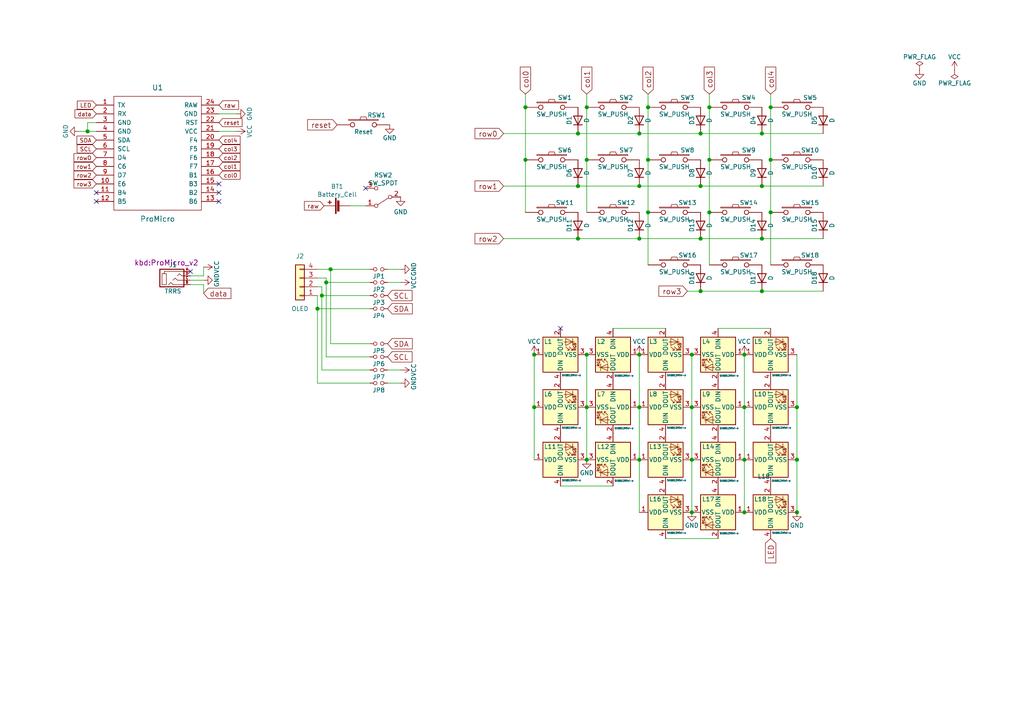
<source format=kicad_sch>
(kicad_sch (version 20210621) (generator eeschema)
  (paper "A4")
  (title_block (title "Chocolad") (date "2021-11-11") (rev "0.4") (company "jmnw"))
  (lib_symbols
    (symbol "Connector_Generic:Conn_01x04" (pin_names (offset 1.016) hide)
      (property "Reference" "J" (at 0 5.08 0))
      (property "Value" "Conn_01x04" (at 0 -7.62 0))
      (symbol "Conn_01x04_1_1"
        (rectangle (start -1.27 -4.953) (end 0 -5.207) (stroke (width 0.1524)))
        (rectangle (start -1.27 -2.413) (end 0 -2.667) (stroke (width 0.1524)))
        (rectangle (start -1.27 0.127) (end 0 -0.127) (stroke (width 0.1524)))
        (rectangle (start -1.27 2.667) (end 0 2.413) (stroke (width 0.1524)))
        (rectangle (start -1.27 3.81) (end 1.27 -6.35) (stroke (width 0.254)) (fill (type background)))
        (pin passive line (at -5.08 2.54 0) (length 3.81) (name "Pin_1") (number "1"))
        (pin passive line (at -5.08 0 0) (length 3.81) (name "Pin_2") (number "2"))
        (pin passive line (at -5.08 -2.54 0) (length 3.81) (name "Pin_3") (number "3"))
        (pin passive line (at -5.08 -5.08 0) (length 3.81) (name "Pin_4") (number "4"))
      )
    )
    (symbol "Device:Battery_Cell" (pin_numbers hide) (pin_names (offset 0) hide)
      (property "Reference" "BT" (at 2.54 2.54 0))
      (property "Value" "Battery_Cell" (at 2.54 0 0))
      (symbol "Battery_Cell_0_1"
        (rectangle (start -2.286 1.778) (end 2.286 1.524) (fill (type outline)))
        (rectangle (start -1.5748 1.1938) (end 1.4732 0.6858) (fill (type outline)))
        (polyline (pts (xy 0 0.762) (xy 0 0)))
        (polyline (pts (xy 0 1.778) (xy 0 2.54)))
        (polyline (pts (xy 0.508 3.429) (xy 1.524 3.429)) (stroke (width 0.254)))
        (polyline (pts (xy 1.016 3.937) (xy 1.016 2.921)) (stroke (width 0.254)))
      )
      (symbol "Battery_Cell_1_1"
        (pin passive line (at 0 5.08 270) (length 2.54) (name "+") (number "1"))
        (pin passive line (at 0 -2.54 90) (length 2.54) (name "-") (number "2"))
      )
    )
    (symbol "Device:D" (pin_numbers hide) (pin_names (offset 1.016) hide)
      (property "Reference" "D" (at 0 2.54 0))
      (property "Value" "D" (at 0 -2.54 0))
      (symbol "D_0_1"
        (polyline (pts (xy -1.27 1.27) (xy -1.27 -1.27)) (stroke (width 0.254)))
        (polyline (pts (xy 1.27 0) (xy -1.27 0)))
        (polyline (pts (xy 1.27 1.27) (xy 1.27 -1.27) (xy -1.27 0) (xy 1.27 1.27)) (stroke (width 0.254)))
      )
      (symbol "D_1_1"
        (pin passive line (at -3.81 0 0) (length 2.54) (name "K") (number "1"))
        (pin passive line (at 3.81 0 180) (length 2.54) (name "A") (number "2"))
      )
    )
    (symbol "Device:Jumper_NO_Small" (pin_numbers hide) (pin_names (offset 0.762) hide)
      (property "Reference" "JP" (at 0 2.032 0))
      (property "Value" "Jumper_NO_Small" (at 0.254 -1.524 0))
      (symbol "Jumper_NO_Small_0_1"
        (circle (center -1.016 0) (radius 0.508))
        (circle (center 1.016 0) (radius 0.508))
        (pin passive line (at -2.54 0 0) (length 1.016) (name "1") (number "1"))
        (pin passive line (at 2.54 0 180) (length 1.016) (name "2") (number "2"))
      )
    )
    (symbol "Switch:SW_SPDT" (pin_names (offset 0) hide)
      (property "Reference" "SW" (at 0 4.318 0))
      (property "Value" "SW_SPDT" (at 0 -5.08 0))
      (symbol "SW_SPDT_0_0"
        (circle (center -2.032 0) (radius 0.508))
        (circle (center 2.032 -2.54) (radius 0.508))
      )
      (symbol "SW_SPDT_0_1"
        (polyline (pts (xy -1.524 0.254) (xy 1.651 2.286)))
        (circle (center 2.032 2.54) (radius 0.508))
      )
      (symbol "SW_SPDT_1_1"
        (pin passive line (at 5.08 2.54 180) (length 2.54) (name "A") (number "1"))
        (pin passive line (at -5.08 0 0) (length 2.54) (name "B") (number "2"))
        (pin passive line (at 5.08 -2.54 180) (length 2.54) (name "C") (number "3"))
      )
    )
    (symbol "chocolad:MJ-4PP-9-kbd" (pin_names (offset 1.016))
      (property "Reference" "J" (at 0 3.81 0))
      (property "Value" "MJ-4PP-9-kbd" (at 0 -3.81 0))
      (symbol "MJ-4PP-9-kbd_0_1"
        (rectangle (start -1.905 -1.905) (end -3.175 1.27))
        (polyline (pts (xy -2.54 1.27) (xy -2.54 1.905) (xy 3.175 1.905)))
        (polyline (pts (xy -1.27 -1.905) (xy -0.635 -1.27) (xy 0 -1.905) (xy 3.175 -1.905)))
        (polyline (pts (xy 0 -0.635) (xy 0.635 0) (xy 1.27 -0.635) (xy 3.175 -0.635)))
        (polyline (pts (xy 1.27 0.635) (xy 1.905 1.27) (xy 2.54 0.635) (xy 3.175 0.635)))
        (rectangle (start 3.175 2.54) (end -3.81 -2.54) (stroke (width 0.3048)))
      )
      (symbol "MJ-4PP-9-kbd_1_1"
        (pin input line (at 5.08 1.905 180) (length 2.0066) (name "~") (number "A"))
        (pin input line (at 5.08 -1.905 180) (length 2.0066) (name "~") (number "B"))
        (pin input line (at 5.08 -0.635 180) (length 2.0066) (name "~") (number "C"))
        (pin input line (at 5.08 0.635 180) (length 2.0066) (name "~") (number "D"))
      )
    )
    (symbol "chocolad:ProMicro-kbd" (pin_names (offset 1.016))
      (property "Reference" "U" (at 0 24.13 0))
      (property "Value" "ProMicro-kbd" (at 0 -13.97 0))
      (symbol "ProMicro-kbd_0_1"
        (rectangle (start -12.7 21.59) (end 12.7 -11.43))
      )
      (symbol "ProMicro-kbd_1_1"
        (pin bidirectional line (at -17.78 19.05 0) (length 5.08) (name "TX") (number "1"))
        (pin bidirectional line (at -17.78 -3.81 0) (length 5.08) (name "E6") (number "10"))
        (pin bidirectional line (at -17.78 -6.35 0) (length 5.08) (name "B4") (number "11"))
        (pin bidirectional line (at -17.78 -8.89 0) (length 5.08) (name "B5") (number "12"))
        (pin bidirectional line (at 17.78 -8.89 180) (length 5.08) (name "B6") (number "13"))
        (pin bidirectional line (at 17.78 -6.35 180) (length 5.08) (name "B2") (number "14"))
        (pin bidirectional line (at 17.78 -3.81 180) (length 5.08) (name "B3") (number "15"))
        (pin bidirectional line (at 17.78 -1.27 180) (length 5.08) (name "B1") (number "16"))
        (pin bidirectional line (at 17.78 1.27 180) (length 5.08) (name "F7") (number "17"))
        (pin bidirectional line (at 17.78 3.81 180) (length 5.08) (name "F6") (number "18"))
        (pin bidirectional line (at 17.78 6.35 180) (length 5.08) (name "F5") (number "19"))
        (pin bidirectional line (at -17.78 16.51 0) (length 5.08) (name "RX") (number "2"))
        (pin bidirectional line (at 17.78 8.89 180) (length 5.08) (name "F4") (number "20"))
        (pin power_in line (at 17.78 11.43 180) (length 5.08) (name "VCC") (number "21"))
        (pin input line (at 17.78 13.97 180) (length 5.08) (name "RST") (number "22"))
        (pin power_in line (at 17.78 16.51 180) (length 5.08) (name "GND") (number "23"))
        (pin power_out line (at 17.78 19.05 180) (length 5.08) (name "RAW") (number "24"))
        (pin power_in line (at -17.78 13.97 0) (length 5.08) (name "GND") (number "3"))
        (pin power_in line (at -17.78 11.43 0) (length 5.08) (name "GND") (number "4"))
        (pin bidirectional line (at -17.78 8.89 0) (length 5.08) (name "SDA") (number "5"))
        (pin bidirectional line (at -17.78 6.35 0) (length 5.08) (name "SCL") (number "6"))
        (pin bidirectional line (at -17.78 3.81 0) (length 5.08) (name "D4") (number "7"))
        (pin bidirectional line (at -17.78 1.27 0) (length 5.08) (name "C6") (number "8"))
        (pin bidirectional line (at -17.78 -1.27 0) (length 5.08) (name "D7") (number "9"))
      )
    )
    (symbol "chocolad:SK6812MINI-E" (pin_names (offset 0.254))
      (property "Reference" "L18" (at -4.826 3.81 90))
      (property "Value" "SK6812MINI-E" (at 3.175 -5.969 90))
      (symbol "SK6812MINI-E_0_0"
        (text "RGB" (at 2.286 -4.191 0) (effects (font (size 0.762 0.762))))
      )
      (symbol "SK6812MINI-E_0_1"
        (polyline (pts (xy 1.27 -3.556) (xy 1.778 -3.556)))
        (polyline (pts (xy 1.27 -2.54) (xy 1.778 -2.54)))
        (polyline (pts (xy 4.699 -3.556) (xy 2.667 -3.556)))
        (polyline (pts (xy 2.286 -2.54) (xy 1.27 -3.556) (xy 1.27 -3.048)))
        (polyline (pts (xy 2.286 -1.524) (xy 1.27 -2.54) (xy 1.27 -2.032)))
        (polyline (pts (xy 3.683 -1.016) (xy 3.683 -3.556) (xy 3.683 -4.064)))
        (polyline (pts (xy 4.699 -1.524) (xy 2.667 -1.524) (xy 3.683 -3.556) (xy 4.699 -1.524)))
        (rectangle (start 5.08 5.08) (end -5.08 -5.08) (stroke (width 0.254)) (fill (type background)))
      )
      (symbol "SK6812MINI-E_1_1"
        (pin power_in line (at 0 7.62 270) (length 2.54) (name "VDD") (number "1"))
        (pin output line (at 7.62 0 180) (length 2.54) (name "DOUT") (number "2"))
        (pin power_in line (at 0 -7.62 90) (length 2.54) (name "VSS") (number "3"))
        (pin input line (at -7.62 0 0) (length 2.54) (name "DIN") (number "4"))
      )
    )
    (symbol "chocolad:SW_PUSH-kbd" (pin_numbers hide) (pin_names (offset 1.016) hide)
      (property "Reference" "SW" (at 3.81 2.794 0))
      (property "Value" "SW_PUSH-kbd" (at 0 -2.032 0))
      (symbol "SW_PUSH-kbd_0_1"
        (rectangle (start -4.318 1.27) (end 4.318 1.524))
        (polyline (pts (xy -1.016 1.524) (xy -0.762 2.286) (xy 0.762 2.286) (xy 1.016 1.524)))
        (pin passive inverted (at -7.62 0 0) (length 5.08) (name "1") (number "1"))
        (pin passive inverted (at 7.62 0 180) (length 5.08) (name "2") (number "2"))
      )
    )
    (symbol "power:GND" (power) (pin_names (offset 0))
      (property "Value" "GND" (at 0 -3.81 0))
      (symbol "GND_0_1"
        (polyline (pts (xy 0 0) (xy 0 -1.27) (xy 1.27 -1.27) (xy 0 -2.54) (xy -1.27 -1.27) (xy 0 -1.27)))
      )
      (symbol "GND_1_1"
        (pin power_in line (at 0 0 270) (length 0) hide (name "GND") (number "1"))
      )
    )
    (symbol "power:PWR_FLAG" (power) (pin_numbers hide) (pin_names (offset 0) hide)
      (property "Value" "PWR_FLAG" (at 0 3.81 0))
      (symbol "PWR_FLAG_0_0"
        (pin power_out line (at 0 0 90) (length 0) (name "pwr") (number "1"))
      )
      (symbol "PWR_FLAG_0_1"
        (polyline (pts (xy 0 0) (xy 0 1.27) (xy -1.016 1.905) (xy 0 2.54) (xy 1.016 1.905) (xy 0 1.27)))
      )
    )
    (symbol "power:VCC" (power) (pin_names (offset 0))
      (property "Value" "VCC" (at 0 3.81 0))
      (symbol "VCC_0_1"
        (polyline (pts (xy -0.762 1.27) (xy 0 2.54)))
        (polyline (pts (xy 0 0) (xy 0 2.54)))
        (polyline (pts (xy 0 2.54) (xy 0.762 1.27)))
      )
      (symbol "VCC_1_1"
        (pin power_in line (at 0 0 90) (length 0) hide (name "VCC") (number "1"))
      )
    )
  )
  (junction (at 187.96 46.355) (diameter 1.016))
  (junction (at 187.96 61.595) (diameter 1.016))
  (junction (at 231.14 133.35) (diameter 1.016))
  (junction (at 167.64 38.735) (diameter 1.016))
  (junction (at 215.9 133.35) (diameter 1.016))
  (junction (at 185.42 53.975) (diameter 1.016))
  (junction (at 167.64 69.215) (diameter 1.016))
  (junction (at 215.9 102.87) (diameter 1.016))
  (junction (at 203.2 84.455) (diameter 1.016))
  (junction (at 231.14 148.59) (diameter 1.016))
  (junction (at 152.4 31.115) (diameter 1.016))
  (junction (at 231.14 118.11) (diameter 1.016))
  (junction (at 220.98 38.735) (diameter 1.016))
  (junction (at 200.66 133.35) (diameter 1.016))
  (junction (at 203.2 53.975) (diameter 1.016))
  (junction (at 170.18 133.35) (diameter 1.016))
  (junction (at 185.42 102.87) (diameter 1.016))
  (junction (at 170.18 118.11) (diameter 1.016))
  (junction (at 152.4 46.355) (diameter 1.016))
  (junction (at 203.2 38.735) (diameter 1.016))
  (junction (at 170.18 102.87) (diameter 1.016))
  (junction (at 200.66 118.11) (diameter 1.016))
  (junction (at 215.9 118.11) (diameter 1.016))
  (junction (at 154.94 102.87) (diameter 1.016))
  (junction (at 220.98 69.215) (diameter 1.016))
  (junction (at 187.96 31.115) (diameter 1.016))
  (junction (at 205.74 31.115) (diameter 1.016))
  (junction (at 94.615 81.915) (diameter 1.016))
  (junction (at 203.2 69.215) (diameter 1.016))
  (junction (at 200.66 148.59) (diameter 1.016))
  (junction (at 154.94 118.11) (diameter 1.016))
  (junction (at 92.075 89.535) (diameter 1.016))
  (junction (at 170.18 46.355) (diameter 1.016))
  (junction (at 223.52 46.355) (diameter 1.016))
  (junction (at 167.64 53.975) (diameter 1.016))
  (junction (at 220.98 84.455) (diameter 1.016))
  (junction (at 185.42 118.11) (diameter 1.016))
  (junction (at 185.42 69.215) (diameter 1.016))
  (junction (at 185.42 38.735) (diameter 1.016))
  (junction (at 170.18 31.115) (diameter 1.016))
  (junction (at 223.52 61.595) (diameter 1.016))
  (junction (at 205.74 61.595) (diameter 1.016))
  (junction (at 205.74 46.355) (diameter 1.016))
  (junction (at 200.66 102.87) (diameter 1.016))
  (junction (at 185.42 133.35) (diameter 1.016))
  (junction (at 25.4 38.1) (diameter 1.016))
  (junction (at 223.52 31.115) (diameter 1.016))
  (junction (at 215.9 148.59) (diameter 1.016))
  (junction (at 95.885 78.105) (diameter 1.016))
  (junction (at 220.98 53.975) (diameter 1.016))
  (junction (at 93.345 85.725) (diameter 1.016))
  (no_connect (at 63.5 58.42))
  (no_connect (at 27.94 55.88))
  (no_connect (at 55.245 78.74))
  (no_connect (at 63.5 53.34))
  (no_connect (at 27.94 58.42))
  (no_connect (at 106.045 54.61))
  (no_connect (at 63.5 55.88))
  (no_connect (at 162.56 95.25))
  (wire (pts (xy 162.56 140.97) (xy 177.8 140.97)))
  (wire (pts (xy 93.345 107.315) (xy 107.315 107.315)))
  (wire (pts (xy 94.615 81.915) (xy 94.615 103.505)))
  (wire (pts (xy 92.075 85.725) (xy 92.075 89.535)))
  (wire (pts (xy 223.52 31.115) (xy 223.52 46.355)))
  (wire (pts (xy 205.74 61.595) (xy 205.74 76.835)))
  (wire (pts (xy 187.96 27.305) (xy 187.96 31.115)))
  (wire (pts (xy 170.18 27.305) (xy 170.18 31.115)))
  (wire (pts (xy 59.055 80.01) (xy 59.055 77.47)))
  (wire (pts (xy 55.245 80.01) (xy 59.055 80.01)))
  (wire (pts (xy 203.2 69.215) (xy 220.98 69.215)))
  (wire (pts (xy 187.96 61.595) (xy 187.96 76.835)))
  (wire (pts (xy 187.96 31.115) (xy 187.96 46.355)))
  (wire (pts (xy 187.96 46.355) (xy 187.96 61.595)))
  (wire (pts (xy 167.64 53.975) (xy 185.42 53.975)))
  (wire (pts (xy 185.42 53.975) (xy 203.2 53.975)))
  (wire (pts (xy 220.98 38.735) (xy 238.76 38.735)))
  (wire (pts (xy 92.075 78.105) (xy 95.885 78.105)))
  (wire (pts (xy 185.42 133.35) (xy 185.42 148.59)))
  (wire (pts (xy 112.395 81.915) (xy 116.205 81.915)))
  (wire (pts (xy 199.39 84.455) (xy 203.2 84.455)))
  (wire (pts (xy 93.345 85.725) (xy 93.345 107.315)))
  (wire (pts (xy 193.04 156.21) (xy 208.28 156.21)))
  (wire (pts (xy 63.5 38.1) (xy 68.58 38.1)))
  (wire (pts (xy 200.66 133.35) (xy 200.66 148.59)))
  (wire (pts (xy 200.66 102.87) (xy 200.66 118.11)))
  (wire (pts (xy 200.66 118.11) (xy 200.66 133.35)))
  (wire (pts (xy 25.4 38.1) (xy 27.94 38.1)))
  (wire (pts (xy 152.4 46.355) (xy 152.4 61.595)))
  (wire (pts (xy 167.64 69.215) (xy 185.42 69.215)))
  (wire (pts (xy 170.18 31.115) (xy 170.18 46.355)))
  (wire (pts (xy 203.2 53.975) (xy 220.98 53.975)))
  (wire (pts (xy 152.4 27.305) (xy 152.4 31.115)))
  (wire (pts (xy 107.315 89.535) (xy 92.075 89.535)))
  (wire (pts (xy 146.05 69.215) (xy 167.64 69.215)))
  (wire (pts (xy 92.075 83.185) (xy 93.345 83.185)))
  (wire (pts (xy 22.86 38.1) (xy 25.4 38.1)))
  (wire (pts (xy 25.4 35.56) (xy 25.4 38.1)))
  (wire (pts (xy 107.315 85.725) (xy 93.345 85.725)))
  (wire (pts (xy 215.9 118.11) (xy 215.9 133.35)))
  (wire (pts (xy 215.9 133.35) (xy 215.9 148.59)))
  (wire (pts (xy 215.9 102.87) (xy 215.9 118.11)))
  (wire (pts (xy 154.94 102.87) (xy 154.94 118.11)))
  (wire (pts (xy 154.94 118.11) (xy 154.94 133.35)))
  (wire (pts (xy 170.18 46.355) (xy 170.18 61.595)))
  (wire (pts (xy 27.94 35.56) (xy 25.4 35.56)))
  (wire (pts (xy 231.14 118.11) (xy 231.14 133.35)))
  (wire (pts (xy 231.14 102.87) (xy 231.14 118.11)))
  (wire (pts (xy 231.14 133.35) (xy 231.14 148.59)))
  (wire (pts (xy 112.395 78.105) (xy 116.205 78.105)))
  (wire (pts (xy 205.74 46.355) (xy 205.74 61.595)))
  (wire (pts (xy 152.4 31.115) (xy 152.4 46.355)))
  (wire (pts (xy 101.6 59.69) (xy 106.045 59.69)))
  (wire (pts (xy 95.885 78.105) (xy 95.885 99.695)))
  (wire (pts (xy 93.345 83.185) (xy 93.345 85.725)))
  (wire (pts (xy 220.98 69.215) (xy 238.76 69.215)))
  (wire (pts (xy 203.2 84.455) (xy 220.98 84.455)))
  (wire (pts (xy 94.615 103.505) (xy 107.315 103.505)))
  (wire (pts (xy 92.075 80.645) (xy 94.615 80.645)))
  (wire (pts (xy 146.05 53.975) (xy 167.64 53.975)))
  (wire (pts (xy 223.52 61.595) (xy 223.52 76.835)))
  (wire (pts (xy 92.075 111.125) (xy 107.315 111.125)))
  (wire (pts (xy 94.615 80.645) (xy 94.615 81.915)))
  (wire (pts (xy 55.245 81.28) (xy 59.055 81.28)))
  (wire (pts (xy 220.98 53.975) (xy 238.76 53.975)))
  (wire (pts (xy 185.42 69.215) (xy 203.2 69.215)))
  (wire (pts (xy 112.395 111.125) (xy 116.205 111.125)))
  (wire (pts (xy 63.5 33.02) (xy 68.58 33.02)))
  (wire (pts (xy 177.8 95.25) (xy 193.04 95.25)))
  (wire (pts (xy 146.05 38.735) (xy 167.64 38.735)))
  (wire (pts (xy 223.52 27.305) (xy 223.52 31.115)))
  (wire (pts (xy 95.885 78.105) (xy 107.315 78.105)))
  (wire (pts (xy 205.74 31.115) (xy 205.74 46.355)))
  (wire (pts (xy 167.64 38.735) (xy 185.42 38.735)))
  (wire (pts (xy 203.2 38.735) (xy 220.98 38.735)))
  (wire (pts (xy 205.74 27.305) (xy 205.74 31.115)))
  (wire (pts (xy 185.42 38.735) (xy 203.2 38.735)))
  (wire (pts (xy 170.18 102.87) (xy 170.18 118.11)))
  (wire (pts (xy 170.18 118.11) (xy 170.18 133.35)))
  (wire (pts (xy 95.885 99.695) (xy 107.315 99.695)))
  (wire (pts (xy 107.315 81.915) (xy 94.615 81.915)))
  (wire (pts (xy 223.52 46.355) (xy 223.52 61.595)))
  (wire (pts (xy 208.28 95.25) (xy 223.52 95.25)))
  (wire (pts (xy 220.98 84.455) (xy 238.76 84.455)))
  (wire (pts (xy 185.42 102.87) (xy 185.42 118.11)))
  (wire (pts (xy 185.42 118.11) (xy 185.42 133.35)))
  (wire (pts (xy 55.245 82.55) (xy 59.055 82.55)))
  (wire (pts (xy 59.055 82.55) (xy 59.055 85.09)))
  (wire (pts (xy 112.395 107.315) (xy 116.205 107.315)))
  (wire (pts (xy 92.075 89.535) (xy 92.075 111.125)))
  (global_label "raw" (shape input) (at 63.5 30.48 0) (property "Intersheet References" "${INTERSHEET_REFS}" (effects hide)))
  (global_label "row3" (shape input) (at 27.94 53.34 180) (effects (font (size 1.1938 1.1938))) (property "Intersheet References" "${INTERSHEET_REFS}" (effects hide)))
  (global_label "reset" (shape input) (at 63.5 35.56 0) (effects (font (size 1.1938 1.1938))) (property "Intersheet References" "${INTERSHEET_REFS}" (effects hide)))
  (global_label "col4" (shape input) (at 223.52 27.305 90) (effects (font (size 1.524 1.524))) (property "Intersheet References" "${INTERSHEET_REFS}" (effects hide)))
  (global_label "col3" (shape input) (at 205.74 27.305 90) (effects (font (size 1.524 1.524))) (property "Intersheet References" "${INTERSHEET_REFS}" (effects hide)))
  (global_label "col0" (shape input) (at 63.5 50.8 0) (effects (font (size 1.1938 1.1938))) (property "Intersheet References" "${INTERSHEET_REFS}" (effects hide)))
  (global_label "SCL" (shape input) (at 112.395 85.725 0) (effects (font (size 1.524 1.524))) (property "Intersheet References" "${INTERSHEET_REFS}" (effects hide)))
  (global_label "SDA" (shape input) (at 112.395 99.695 0) (effects (font (size 1.524 1.524))) (property "Intersheet References" "${INTERSHEET_REFS}" (effects hide)))
  (global_label "col0" (shape input) (at 152.4 27.305 90) (effects (font (size 1.524 1.524))) (property "Intersheet References" "${INTERSHEET_REFS}" (effects hide)))
  (global_label "LED" (shape input) (at 223.52 156.21 270) (effects (font (size 1.524 1.524))) (property "Intersheet References" "${INTERSHEET_REFS}" (effects hide)))
  (global_label "row1" (shape input) (at 146.05 53.975 180) (effects (font (size 1.524 1.524))) (property "Intersheet References" "${INTERSHEET_REFS}" (effects hide)))
  (global_label "row2" (shape input) (at 27.94 50.8 180) (effects (font (size 1.1938 1.1938))) (property "Intersheet References" "${INTERSHEET_REFS}" (effects hide)))
  (global_label "col4" (shape input) (at 63.5 40.64 0) (effects (font (size 1.1938 1.1938))) (property "Intersheet References" "${INTERSHEET_REFS}" (effects hide)))
  (global_label "col1" (shape input) (at 170.18 27.305 90) (effects (font (size 1.524 1.524))) (property "Intersheet References" "${INTERSHEET_REFS}" (effects hide)))
  (global_label "SCL" (shape input) (at 112.395 103.505 0) (effects (font (size 1.524 1.524))) (property "Intersheet References" "${INTERSHEET_REFS}" (effects hide)))
  (global_label "LED" (shape input) (at 27.94 30.48 180) (effects (font (size 1.1938 1.1938))) (property "Intersheet References" "${INTERSHEET_REFS}" (effects hide)))
  (global_label "row0" (shape input) (at 146.05 38.735 180) (effects (font (size 1.524 1.524))) (property "Intersheet References" "${INTERSHEET_REFS}" (effects hide)))
  (global_label "raw" (shape input) (at 93.98 59.69 180) (property "Intersheet References" "${INTERSHEET_REFS}" (effects hide)))
  (global_label "SCL" (shape input) (at 27.94 43.18 180) (effects (font (size 1.1938 1.1938))) (property "Intersheet References" "${INTERSHEET_REFS}" (effects hide)))
  (global_label "col1" (shape input) (at 63.5 48.26 0) (effects (font (size 1.1938 1.1938))) (property "Intersheet References" "${INTERSHEET_REFS}" (effects hide)))
  (global_label "data" (shape input) (at 27.94 33.02 180) (effects (font (size 1.1938 1.1938))) (property "Intersheet References" "${INTERSHEET_REFS}" (effects hide)))
  (global_label "col2" (shape input) (at 187.96 27.305 90) (effects (font (size 1.524 1.524))) (property "Intersheet References" "${INTERSHEET_REFS}" (effects hide)))
  (global_label "row0" (shape input) (at 27.94 45.72 180) (effects (font (size 1.1938 1.1938))) (property "Intersheet References" "${INTERSHEET_REFS}" (effects hide)))
  (global_label "col2" (shape input) (at 63.5 45.72 0) (effects (font (size 1.1938 1.1938))) (property "Intersheet References" "${INTERSHEET_REFS}" (effects hide)))
  (global_label "row1" (shape input) (at 27.94 48.26 180) (effects (font (size 1.1938 1.1938))) (property "Intersheet References" "${INTERSHEET_REFS}" (effects hide)))
  (global_label "data" (shape input) (at 59.055 85.09 0) (effects (font (size 1.524 1.524))) (property "Intersheet References" "${INTERSHEET_REFS}" (effects hide)))
  (global_label "reset" (shape input) (at 97.79 36.195 180) (effects (font (size 1.524 1.524))) (property "Intersheet References" "${INTERSHEET_REFS}" (effects hide)))
  (global_label "row2" (shape input) (at 146.05 69.215 180) (effects (font (size 1.524 1.524))) (property "Intersheet References" "${INTERSHEET_REFS}" (effects hide)))
  (global_label "row3" (shape input) (at 199.39 84.455 180) (effects (font (size 1.524 1.524))) (property "Intersheet References" "${INTERSHEET_REFS}" (effects hide)))
  (global_label "col3" (shape input) (at 63.5 43.18 0) (effects (font (size 1.1938 1.1938))) (property "Intersheet References" "${INTERSHEET_REFS}" (effects hide)))
  (global_label "SDA" (shape input) (at 27.94 40.64 180) (effects (font (size 1.1938 1.1938))) (property "Intersheet References" "${INTERSHEET_REFS}" (effects hide)))
  (global_label "SDA" (shape input) (at 112.395 89.535 0) (effects (font (size 1.524 1.524))) (property "Intersheet References" "${INTERSHEET_REFS}" (effects hide)))
  (symbol (lib_id "chocolad:ProMicro-kbd") (at 45.72 49.53 0) (unit 1)
    (property "Reference" "U1" (at 45.72 25.4 0) (effects (font (size 1.524 1.524))))
    (property "Value" "ProMicro" (at 45.72 63.5 0) (effects (font (size 1.524 1.524))))
    (property "Footprint" "kbd:ProMicro_v2" (at 48.26 76.2 0) (effects (font (size 1.524 1.524))))
  )
  (symbol (lib_id "chocolad:SW_PUSH-kbd") (at 160.02 31.115 0) (unit 1)
    (property "Reference" "SW1" (at 163.83 28.321 0))
    (property "Value" "SW_PUSH" (at 160.02 33.147 0))
    (property "Footprint" "jmnw:Choc_reversible" (effects hide))
  )
  (symbol (lib_id "Device:D") (at 167.64 34.925 90) (unit 1)
    (property "Reference" "D1" (at 165.1 34.925 0))
    (property "Value" "D" (at 170.18 34.925 0))
    (property "Footprint" "kbd:D3_TH_SMD" (effects hide))
  )
  (symbol (lib_id "chocolad:SW_PUSH-kbd") (at 177.8 31.115 0) (unit 1)
    (property "Reference" "SW2" (at 181.61 28.321 0))
    (property "Value" "SW_PUSH" (at 177.8 33.147 0))
    (property "Footprint" "jmnw:Choc_reversible" (effects hide))
  )
  (symbol (lib_id "Device:D") (at 185.42 34.925 90) (unit 1)
    (property "Reference" "D2" (at 182.88 34.925 0))
    (property "Value" "D" (at 187.96 34.925 0))
    (property "Footprint" "kbd:D3_TH_SMD" (effects hide))
  )
  (symbol (lib_id "chocolad:SW_PUSH-kbd") (at 195.58 31.115 0) (unit 1)
    (property "Reference" "SW3" (at 199.39 28.321 0))
    (property "Value" "SW_PUSH" (at 195.58 33.147 0))
    (property "Footprint" "jmnw:Choc_reversible" (effects hide))
  )
  (symbol (lib_id "chocolad:SW_PUSH-kbd") (at 213.36 31.115 0) (unit 1)
    (property "Reference" "SW4" (at 217.17 28.321 0))
    (property "Value" "SW_PUSH" (at 213.36 33.147 0))
    (property "Footprint" "jmnw:Choc_reversible" (effects hide))
  )
  (symbol (lib_id "chocolad:SW_PUSH-kbd") (at 231.14 31.115 0) (unit 1)
    (property "Reference" "SW5" (at 234.95 28.321 0))
    (property "Value" "SW_PUSH" (at 231.14 33.147 0))
    (property "Footprint" "jmnw:Choc_reversible" (effects hide))
  )
  (symbol (lib_id "Device:D") (at 203.2 34.925 90) (unit 1)
    (property "Reference" "D3" (at 200.66 34.925 0))
    (property "Value" "D" (at 205.74 34.925 0))
    (property "Footprint" "kbd:D3_TH_SMD" (effects hide))
  )
  (symbol (lib_id "Device:D") (at 220.98 34.925 90) (unit 1)
    (property "Reference" "D4" (at 218.44 34.925 0))
    (property "Value" "D" (at 223.52 34.925 0))
    (property "Footprint" "kbd:D3_TH_SMD" (effects hide))
  )
  (symbol (lib_id "Device:D") (at 238.76 34.925 90) (unit 1)
    (property "Reference" "D5" (at 236.22 34.925 0))
    (property "Value" "D" (at 241.3 34.925 0))
    (property "Footprint" "kbd:D3_TH_SMD" (effects hide))
  )
  (symbol (lib_id "chocolad:SW_PUSH-kbd") (at 160.02 46.355 0) (unit 1)
    (property "Reference" "SW6" (at 163.83 43.561 0))
    (property "Value" "SW_PUSH" (at 160.02 48.387 0))
    (property "Footprint" "jmnw:Choc_reversible" (effects hide))
  )
  (symbol (lib_id "Device:D") (at 167.64 50.165 90) (unit 1)
    (property "Reference" "D6" (at 165.1 50.165 0))
    (property "Value" "D" (at 170.18 50.165 0))
    (property "Footprint" "kbd:D3_TH_SMD" (effects hide))
  )
  (symbol (lib_id "chocolad:SW_PUSH-kbd") (at 177.8 46.355 0) (unit 1)
    (property "Reference" "SW7" (at 181.61 43.561 0))
    (property "Value" "SW_PUSH" (at 177.8 48.387 0))
    (property "Footprint" "jmnw:Choc_reversible" (effects hide))
  )
  (symbol (lib_id "Device:D") (at 185.42 50.165 90) (unit 1)
    (property "Reference" "D7" (at 182.88 50.165 0))
    (property "Value" "D" (at 187.96 50.165 0))
    (property "Footprint" "kbd:D3_TH_SMD" (effects hide))
  )
  (symbol (lib_id "chocolad:SW_PUSH-kbd") (at 195.58 46.355 0) (unit 1)
    (property "Reference" "SW8" (at 199.39 43.561 0))
    (property "Value" "SW_PUSH" (at 195.58 48.387 0))
    (property "Footprint" "jmnw:Choc_reversible" (effects hide))
  )
  (symbol (lib_id "chocolad:SW_PUSH-kbd") (at 213.36 46.355 0) (unit 1)
    (property "Reference" "SW9" (at 217.17 43.561 0))
    (property "Value" "SW_PUSH" (at 213.36 48.387 0))
    (property "Footprint" "jmnw:Choc_reversible" (effects hide))
  )
  (symbol (lib_id "chocolad:SW_PUSH-kbd") (at 231.14 46.355 0) (unit 1)
    (property "Reference" "SW10" (at 234.95 43.561 0))
    (property "Value" "SW_PUSH" (at 231.14 48.387 0))
    (property "Footprint" "jmnw:Choc_reversible" (effects hide))
  )
  (symbol (lib_id "Device:D") (at 203.2 50.165 90) (unit 1)
    (property "Reference" "D8" (at 200.66 50.165 0))
    (property "Value" "D" (at 205.74 50.165 0))
    (property "Footprint" "kbd:D3_TH_SMD" (effects hide))
  )
  (symbol (lib_id "Device:D") (at 220.98 50.165 90) (unit 1)
    (property "Reference" "D9" (at 218.44 50.165 0))
    (property "Value" "D" (at 223.52 50.165 0))
    (property "Footprint" "kbd:D3_TH_SMD" (effects hide))
  )
  (symbol (lib_id "Device:D") (at 238.76 50.165 90) (unit 1)
    (property "Reference" "D10" (at 236.22 50.165 0))
    (property "Value" "D" (at 241.3 50.165 0))
    (property "Footprint" "kbd:D3_TH_SMD" (effects hide))
  )
  (symbol (lib_id "chocolad:SW_PUSH-kbd") (at 160.02 61.595 0) (unit 1)
    (property "Reference" "SW11" (at 163.83 58.801 0))
    (property "Value" "SW_PUSH" (at 160.02 63.627 0))
    (property "Footprint" "jmnw:Choc_reversible" (effects hide))
  )
  (symbol (lib_id "Device:D") (at 167.64 65.405 90) (unit 1)
    (property "Reference" "D11" (at 165.1 65.405 0))
    (property "Value" "D" (at 170.18 65.405 0))
    (property "Footprint" "kbd:D3_TH_SMD" (effects hide))
  )
  (symbol (lib_id "chocolad:SW_PUSH-kbd") (at 177.8 61.595 0) (unit 1)
    (property "Reference" "SW12" (at 181.61 58.801 0))
    (property "Value" "SW_PUSH" (at 177.8 63.627 0))
    (property "Footprint" "jmnw:Choc_reversible" (effects hide))
  )
  (symbol (lib_id "Device:D") (at 185.42 65.405 90) (unit 1)
    (property "Reference" "D12" (at 182.88 65.405 0))
    (property "Value" "D" (at 187.96 65.405 0))
    (property "Footprint" "kbd:D3_TH_SMD" (effects hide))
  )
  (symbol (lib_id "chocolad:SW_PUSH-kbd") (at 195.58 61.595 0) (unit 1)
    (property "Reference" "SW13" (at 199.39 58.801 0))
    (property "Value" "SW_PUSH" (at 195.58 63.627 0))
    (property "Footprint" "jmnw:Choc_reversible" (effects hide))
  )
  (symbol (lib_id "chocolad:SW_PUSH-kbd") (at 213.36 61.595 0) (unit 1)
    (property "Reference" "SW14" (at 217.17 58.801 0))
    (property "Value" "SW_PUSH" (at 213.36 63.627 0))
    (property "Footprint" "jmnw:Choc_reversible" (effects hide))
  )
  (symbol (lib_id "chocolad:SW_PUSH-kbd") (at 231.14 61.595 0) (unit 1)
    (property "Reference" "SW15" (at 234.95 58.801 0))
    (property "Value" "SW_PUSH" (at 231.14 63.627 0))
    (property "Footprint" "jmnw:Choc_reversible" (effects hide))
  )
  (symbol (lib_id "Device:D") (at 203.2 65.405 90) (unit 1)
    (property "Reference" "D13" (at 200.66 65.405 0))
    (property "Value" "D" (at 205.74 65.405 0))
    (property "Footprint" "kbd:D3_TH_SMD" (effects hide))
  )
  (symbol (lib_id "Device:D") (at 220.98 65.405 90) (unit 1)
    (property "Reference" "D14" (at 218.44 65.405 0))
    (property "Value" "D" (at 223.52 65.405 0))
    (property "Footprint" "kbd:D3_TH_SMD" (effects hide))
  )
  (symbol (lib_id "Device:D") (at 238.76 65.405 90) (unit 1)
    (property "Reference" "D15" (at 236.22 65.405 0))
    (property "Value" "D" (at 241.3 65.405 0))
    (property "Footprint" "kbd:D3_TH_SMD" (effects hide))
  )
  (symbol (lib_id "chocolad:SW_PUSH-kbd") (at 213.36 76.835 0) (unit 1)
    (property "Reference" "SW17" (at 217.17 74.041 0))
    (property "Value" "SW_PUSH" (at 213.36 78.867 0))
    (property "Footprint" "jmnw:Choc_reversible" (effects hide))
  )
  (symbol (lib_id "Device:D") (at 220.98 80.645 90) (unit 1)
    (property "Reference" "D17" (at 218.44 80.645 0))
    (property "Value" "D" (at 223.52 80.645 0))
    (property "Footprint" "kbd:D3_TH_SMD" (effects hide))
  )
  (symbol (lib_id "chocolad:SW_PUSH-kbd") (at 231.14 76.835 0) (unit 1)
    (property "Reference" "SW18" (at 234.95 74.041 0))
    (property "Value" "SW_PUSH" (at 231.14 78.867 0))
    (property "Footprint" "jmnw:Choc_reversible" (effects hide))
  )
  (symbol (lib_id "Device:D") (at 238.76 80.645 90) (unit 1)
    (property "Reference" "D18" (at 236.22 80.645 0))
    (property "Value" "D" (at 241.3 80.645 0))
    (property "Footprint" "kbd:D3_TH_SMD" (effects hide))
  )
  (symbol (lib_id "chocolad:SW_PUSH-kbd") (at 195.58 76.835 0) (unit 1)
    (property "Reference" "SW16" (at 199.39 74.041 0))
    (property "Value" "SW_PUSH" (at 195.58 78.867 0))
    (property "Footprint" "jmnw:Choc_reversible" (effects hide))
  )
  (symbol (lib_id "Device:D") (at 203.2 80.645 90) (unit 1)
    (property "Reference" "D16" (at 200.66 80.645 0))
    (property "Value" "D" (at 205.74 80.645 0))
    (property "Footprint" "kbd:D3_TH_SMD" (effects hide))
  )
  (symbol (lib_id "power:GND") (at 68.58 33.02 90) (unit 1)
    (property "Reference" "#PWR01" (effects hide))
    (property "Value" "GND" (at 72.39 33.02 0))
  )
  (symbol (lib_id "power:VCC") (at 68.58 38.1 270) (unit 1)
    (property "Reference" "#PWR023" (effects hide))
    (property "Value" "VCC" (at 72.39 38.1 0))
  )
  (symbol (lib_id "power:GND") (at 22.86 38.1 270) (unit 1)
    (property "Reference" "#PWR02" (effects hide))
    (property "Value" "GND" (at 19.05 38.1 0))
  )
  (symbol (lib_id "power:GND") (at 266.7 20.32 0) (unit 1)
    (property "Reference" "#PWR03" (effects hide))
    (property "Value" "GND" (at 266.7 24.13 0))
  )
  (symbol (lib_id "power:VCC") (at 276.86 20.32 0) (unit 1)
    (property "Reference" "#PWR04" (effects hide))
    (property "Value" "VCC" (at 276.86 16.51 0))
  )
  (symbol (lib_id "power:PWR_FLAG") (at 276.86 20.32 180) (unit 1)
    (property "Reference" "#FLG05" (effects hide))
    (property "Value" "PWR_FLAG" (at 276.86 24.13 0))
  )
  (symbol (lib_id "power:PWR_FLAG") (at 266.7 20.32 0) (unit 1)
    (property "Reference" "#FLG06" (effects hide))
    (property "Value" "PWR_FLAG" (at 266.7 16.51 0))
  )
  (symbol (lib_id "chocolad:SW_PUSH-kbd") (at 105.41 36.195 0) (unit 1)
    (property "Reference" "RSW1" (at 109.22 33.401 0))
    (property "Value" "Reset" (at 105.41 38.227 0))
    (property "Footprint" "kbd:ResetSW" (effects hide))
  )
  (symbol (lib_id "power:GND") (at 113.03 36.195 0) (unit 1)
    (property "Reference" "#PWR07" (effects hide))
    (property "Value" "GND" (at 113.03 40.005 0))
  )
  (symbol (lib_id "power:VCC") (at 59.055 77.47 270) (unit 1)
    (property "Reference" "#PWR08" (effects hide))
    (property "Value" "VCC" (at 62.865 77.47 0))
  )
  (symbol (lib_id "power:GND") (at 59.055 81.28 90) (unit 1)
    (property "Reference" "#PWR09" (effects hide))
    (property "Value" "GND" (at 62.865 81.28 0))
  )
  (symbol (lib_id "Connector_Generic:Conn_01x04") (at 86.995 83.185 180) (unit 1)
    (property "Reference" "J2" (at 86.995 74.295 0))
    (property "Value" "OLED" (at 86.995 89.535 0))
    (property "Footprint" "kbd:OLED" (effects hide))
  )
  (symbol (lib_id "Device:Jumper_NO_Small") (at 109.855 78.105 180) (unit 1)
    (property "Reference" "JP1" (at 109.855 80.137 0))
    (property "Value" " " (at 109.601 76.581 0))
    (property "Footprint" "kbd:Jumper" (effects hide))
  )
  (symbol (lib_id "Device:Jumper_NO_Small") (at 109.855 81.915 180) (unit 1)
    (property "Reference" "JP2" (at 109.855 83.947 0))
    (property "Value" " " (at 109.601 80.391 0))
    (property "Footprint" "kbd:Jumper" (effects hide))
  )
  (symbol (lib_id "Device:Jumper_NO_Small") (at 109.855 85.725 180) (unit 1)
    (property "Reference" "JP3" (at 109.855 87.757 0))
    (property "Value" " " (at 109.601 84.201 0))
    (property "Footprint" "kbd:Jumper" (effects hide))
  )
  (symbol (lib_id "Device:Jumper_NO_Small") (at 109.855 89.535 180) (unit 1)
    (property "Reference" "JP4" (at 109.855 91.567 0))
    (property "Value" " " (at 109.601 88.011 0))
    (property "Footprint" "kbd:Jumper" (effects hide))
  )
  (symbol (lib_id "Device:Jumper_NO_Small") (at 109.855 99.695 180) (unit 1)
    (property "Reference" "JP5" (at 109.855 101.727 0))
    (property "Value" " " (at 109.601 98.171 0))
    (property "Footprint" "kbd:Jumper" (effects hide))
  )
  (symbol (lib_id "Device:Jumper_NO_Small") (at 109.855 103.505 180) (unit 1)
    (property "Reference" "JP6" (at 109.855 105.537 0))
    (property "Value" " " (at 109.601 101.981 0))
    (property "Footprint" "kbd:Jumper" (effects hide))
  )
  (symbol (lib_id "Device:Jumper_NO_Small") (at 109.855 107.315 180) (unit 1)
    (property "Reference" "JP7" (at 109.855 109.347 0))
    (property "Value" " " (at 109.601 105.791 0))
    (property "Footprint" "kbd:Jumper" (effects hide))
  )
  (symbol (lib_id "Device:Jumper_NO_Small") (at 109.855 111.125 180) (unit 1)
    (property "Reference" "JP8" (at 109.855 113.157 0))
    (property "Value" " " (at 109.601 109.601 0))
    (property "Footprint" "kbd:Jumper" (effects hide))
  )
  (symbol (lib_id "power:GND") (at 116.205 78.105 90) (unit 1)
    (property "Reference" "#PWR010" (effects hide))
    (property "Value" "GND" (at 120.015 78.105 0))
  )
  (symbol (lib_id "power:GND") (at 116.205 111.125 90) (unit 1)
    (property "Reference" "#PWR011" (effects hide))
    (property "Value" "GND" (at 120.015 111.125 0))
  )
  (symbol (lib_id "power:VCC") (at 116.205 81.915 270) (unit 1)
    (property "Reference" "#PWR012" (effects hide))
    (property "Value" "VCC" (at 120.015 81.915 0))
  )
  (symbol (lib_id "power:VCC") (at 116.205 107.315 270) (unit 1)
    (property "Reference" "#PWR013" (effects hide))
    (property "Value" "VCC" (at 120.015 107.315 0))
  )
  (symbol (lib_id "chocolad:MJ-4PP-9-kbd") (at 50.165 80.645 0) (unit 1)
    (property "Reference" "J1" (at 50.165 76.835 0))
    (property "Value" "TRRS" (at 50.165 84.455 0))
    (property "Footprint" "kbd:MJ-4PP-9" (effects hide))
  )
  (symbol (lib_id "chocolad:SK6812MINI-E") (at 177.8 133.35 270) (unit 1)
    (property "Reference" "L12" (at 173.101 129.54 90) (effects (justify left)))
    (property "Value" "SK6812Mini-e" (at 180.975 139.446 90) (effects (font (size 0.5 0.5))))
    (property "Footprint" "jmnw:sk6812_mini_e_rev" (effects hide))
    (property "JLCPCB BOM" "0" (effects hide))
  )
  (symbol (lib_id "chocolad:SK6812MINI-E") (at 162.56 102.87 90) (unit 1)
    (property "Reference" "L1" (at 157.734 99.06 90) (effects (justify right)))
    (property "Value" "SK6812Mini-e" (at 165.735 108.839 90) (effects (font (size 0.5 0.5))))
    (property "Footprint" "jmnw:sk6812_mini_e_rev" (effects hide))
    (property "JLCPCB BOM" "0" (effects hide))
  )
  (symbol (lib_id "chocolad:SK6812MINI-E") (at 177.8 102.87 270) (unit 1)
    (property "Reference" "L2" (at 173.101 99.06 90) (effects (justify left)))
    (property "Value" "SK6812Mini-e" (at 180.975 108.966 90) (effects (font (size 0.5 0.5))))
    (property "Footprint" "jmnw:sk6812_mini_e_rev" (effects hide))
    (property "JLCPCB BOM" "0" (effects hide))
  )
  (symbol (lib_id "power:GND") (at 231.14 148.59 0) (unit 1)
    (property "Reference" "#PWR0106" (effects hide))
    (property "Value" "GND" (at 231.14 152.4 0))
  )
  (symbol (lib_id "chocolad:SK6812MINI-E") (at 223.52 133.35 90) (unit 1)
    (property "Reference" "L18" (at 219.71 138.176 90) (effects (justify right)))
    (property "Value" "SK6812Mini-e" (at 226.568 139.446 90) (effects (font (size 0.5 0.5))))
    (property "Footprint" "jmnw:sk6812_mini_e_rev" (effects hide))
    (property "JLCPCB BOM" "0" (effects hide))
  )
  (symbol (lib_id "chocolad:SK6812MINI-E") (at 223.52 148.59 90) (unit 1)
    (property "Reference" "L18" (at 218.694 144.78 90) (effects (justify right)))
    (property "Value" "SK6812Mini-e" (at 226.695 154.559 90) (effects (font (size 0.5 0.5))))
    (property "Footprint" "jmnw:sk6812_mini_e_rev" (effects hide))
    (property "JLCPCB BOM" "0" (effects hide))
  )
  (symbol (lib_id "chocolad:SK6812MINI-E") (at 208.28 148.59 270) (unit 1)
    (property "Reference" "L17" (at 203.581 144.78 90) (effects (justify left)))
    (property "Value" "SK6812Mini-e" (at 211.455 154.686 90) (effects (font (size 0.5 0.5))))
    (property "Footprint" "jmnw:sk6812_mini_e_rev" (effects hide))
    (property "JLCPCB BOM" "0" (effects hide))
  )
  (symbol (lib_id "chocolad:SK6812MINI-E") (at 208.28 102.87 270) (unit 1)
    (property "Reference" "L4" (at 203.581 99.06 90) (effects (justify left)))
    (property "Value" "SK6812Mini-e" (at 211.455 108.966 90) (effects (font (size 0.5 0.5))))
    (property "Footprint" "jmnw:sk6812_mini_e_rev" (effects hide))
    (property "JLCPCB BOM" "0" (effects hide))
  )
  (symbol (lib_id "power:VCC") (at 215.9 102.87 0) (unit 1)
    (property "Reference" "#PWR0103" (effects hide))
    (property "Value" "VCC" (at 215.9 99.06 0))
  )
  (symbol (lib_id "Device:Battery_Cell") (at 99.06 59.69 90) (unit 1)
    (property "Reference" "BT1" (at 97.79 54.0978 90))
    (property "Value" "Battery_Cell" (at 97.79 56.3965 90))
    (property "Footprint" "jmnw:Battery_pads_reversible" (effects hide))
  )
  (symbol (lib_id "Switch:SW_SPDT") (at 111.125 57.15 180) (unit 1)
    (property "Reference" "RSW2" (at 111.125 50.7958 0))
    (property "Value" "SW_SPDT" (at 111.125 53.0945 0))
    (property "Footprint" "jmnw:Power_reversible" (effects hide))
  )
  (symbol (lib_id "chocolad:SK6812MINI-E") (at 193.04 102.87 90) (unit 1)
    (property "Reference" "L3" (at 188.214 99.06 90) (effects (justify right)))
    (property "Value" "SK6812Mini-e" (at 196.215 108.839 90) (effects (font (size 0.5 0.5))))
    (property "Footprint" "jmnw:sk6812_mini_e_rev" (effects hide))
    (property "JLCPCB BOM" "0" (effects hide))
  )
  (symbol (lib_id "power:GND") (at 116.205 57.15 0) (unit 1)
    (property "Reference" "#PWR0101" (effects hide))
    (property "Value" "GND" (at 116.205 61.4744 0))
  )
  (symbol (lib_id "chocolad:SK6812MINI-E") (at 193.04 133.35 90) (unit 1)
    (property "Reference" "L13" (at 188.214 129.54 90) (effects (justify right)))
    (property "Value" "SK6812Mini-e" (at 196.215 139.319 90) (effects (font (size 0.5 0.5))))
    (property "Footprint" "jmnw:sk6812_mini_e_rev" (effects hide))
    (property "JLCPCB BOM" "0" (effects hide))
  )
  (symbol (lib_id "chocolad:SK6812MINI-E") (at 208.28 118.11 270) (unit 1)
    (property "Reference" "L9" (at 203.581 114.3 90) (effects (justify left)))
    (property "Value" "SK6812Mini-e" (at 211.455 124.206 90) (effects (font (size 0.5 0.5))))
    (property "Footprint" "jmnw:sk6812_mini_e_rev" (effects hide))
    (property "JLCPCB BOM" "0" (effects hide))
  )
  (symbol (lib_id "chocolad:SK6812MINI-E") (at 223.52 118.11 90) (unit 1)
    (property "Reference" "L10" (at 218.694 114.3 90) (effects (justify right)))
    (property "Value" "SK6812Mini-e" (at 226.695 124.079 90) (effects (font (size 0.5 0.5))))
    (property "Footprint" "jmnw:sk6812_mini_e_rev" (effects hide))
    (property "JLCPCB BOM" "0" (effects hide))
  )
  (symbol (lib_id "chocolad:SK6812MINI-E") (at 193.04 148.59 90) (unit 1)
    (property "Reference" "L16" (at 188.214 144.78 90) (effects (justify right)))
    (property "Value" "SK6812Mini-e" (at 196.215 154.559 90) (effects (font (size 0.5 0.5))))
    (property "Footprint" "jmnw:sk6812_mini_e_rev" (effects hide))
    (property "JLCPCB BOM" "0" (effects hide))
  )
  (symbol (lib_id "chocolad:SK6812MINI-E") (at 208.28 133.35 270) (unit 1)
    (property "Reference" "L14" (at 203.581 129.54 90) (effects (justify left)))
    (property "Value" "SK6812Mini-e" (at 211.455 139.446 90) (effects (font (size 0.5 0.5))))
    (property "Footprint" "jmnw:sk6812_mini_e_rev" (effects hide))
    (property "JLCPCB BOM" "0" (effects hide))
  )
  (symbol (lib_id "chocolad:SK6812MINI-E") (at 162.56 118.11 90) (unit 1)
    (property "Reference" "L6" (at 157.734 114.3 90) (effects (justify right)))
    (property "Value" "SK6812Mini-e" (at 165.735 124.079 90) (effects (font (size 0.5 0.5))))
    (property "Footprint" "jmnw:sk6812_mini_e_rev" (effects hide))
    (property "JLCPCB BOM" "0" (effects hide))
  )
  (symbol (lib_id "chocolad:SK6812MINI-E") (at 193.04 118.11 90) (unit 1)
    (property "Reference" "L8" (at 188.214 114.3 90) (effects (justify right)))
    (property "Value" "SK6812Mini-e" (at 196.215 124.079 90) (effects (font (size 0.5 0.5))))
    (property "Footprint" "jmnw:sk6812_mini_e_rev" (effects hide))
    (property "JLCPCB BOM" "0" (effects hide))
  )
  (symbol (lib_id "power:VCC") (at 185.42 102.87 0) (unit 1)
    (property "Reference" "#PWR0102" (effects hide))
    (property "Value" "VCC" (at 185.42 99.06 0))
  )
  (symbol (lib_id "chocolad:SK6812MINI-E") (at 162.56 133.35 90) (unit 1)
    (property "Reference" "L11" (at 157.734 129.54 90) (effects (justify right)))
    (property "Value" "SK6812Mini-e" (at 165.735 139.319 90) (effects (font (size 0.5 0.5))))
    (property "Footprint" "jmnw:sk6812_mini_e_rev" (effects hide))
    (property "JLCPCB BOM" "0" (effects hide))
  )
  (symbol (lib_id "chocolad:SK6812MINI-E") (at 223.52 102.87 90) (unit 1)
    (property "Reference" "L5" (at 218.694 99.06 90) (effects (justify right)))
    (property "Value" "SK6812Mini-e" (at 226.695 108.839 90) (effects (font (size 0.5 0.5))))
    (property "Footprint" "jmnw:sk6812_mini_e_rev" (effects hide))
    (property "JLCPCB BOM" "0" (effects hide))
  )
  (symbol (lib_id "power:GND") (at 170.18 133.35 0) (unit 1)
    (property "Reference" "#PWR0104" (effects hide))
    (property "Value" "GND" (at 170.18 137.16 0))
  )
  (symbol (lib_id "power:VCC") (at 154.94 102.87 0) (unit 1)
    (property "Reference" "#PWR0107" (effects hide))
    (property "Value" "VCC" (at 154.94 99.06 0))
  )
  (symbol (lib_id "power:GND") (at 200.66 148.59 0) (unit 1)
    (property "Reference" "#PWR0105" (effects hide))
    (property "Value" "GND" (at 200.66 152.4 0))
  )
  (symbol (lib_id "chocolad:SK6812MINI-E") (at 177.8 118.11 270) (unit 1)
    (property "Reference" "L7" (at 173.101 114.3 90) (effects (justify left)))
    (property "Value" "SK6812Mini-e" (at 180.975 124.206 90) (effects (font (size 0.5 0.5))))
    (property "Footprint" "jmnw:sk6812_mini_e_rev" (effects hide))
    (property "JLCPCB BOM" "0" (effects hide))
  )
)
</source>
